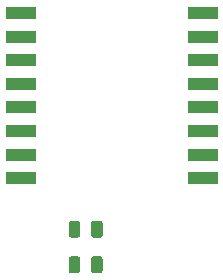
<source format=gtp>
G04 #@! TF.GenerationSoftware,KiCad,Pcbnew,(5.1.8)-1*
G04 #@! TF.CreationDate,2020-12-06T15:56:29+10:30*
G04 #@! TF.ProjectId,ArlecFanESP,41726c65-6346-4616-9e45-53502e6b6963,rev?*
G04 #@! TF.SameCoordinates,Original*
G04 #@! TF.FileFunction,Paste,Top*
G04 #@! TF.FilePolarity,Positive*
%FSLAX46Y46*%
G04 Gerber Fmt 4.6, Leading zero omitted, Abs format (unit mm)*
G04 Created by KiCad (PCBNEW (5.1.8)-1) date 2020-12-06 15:56:29*
%MOMM*%
%LPD*%
G01*
G04 APERTURE LIST*
%ADD10R,2.600000X1.100000*%
G04 APERTURE END LIST*
G36*
G01*
X129450000Y-118475000D02*
X129450000Y-117525000D01*
G75*
G02*
X129700000Y-117275000I250000J0D01*
G01*
X130200000Y-117275000D01*
G75*
G02*
X130450000Y-117525000I0J-250000D01*
G01*
X130450000Y-118475000D01*
G75*
G02*
X130200000Y-118725000I-250000J0D01*
G01*
X129700000Y-118725000D01*
G75*
G02*
X129450000Y-118475000I0J250000D01*
G01*
G37*
G36*
G01*
X127550000Y-118475000D02*
X127550000Y-117525000D01*
G75*
G02*
X127800000Y-117275000I250000J0D01*
G01*
X128300000Y-117275000D01*
G75*
G02*
X128550000Y-117525000I0J-250000D01*
G01*
X128550000Y-118475000D01*
G75*
G02*
X128300000Y-118725000I-250000J0D01*
G01*
X127800000Y-118725000D01*
G75*
G02*
X127550000Y-118475000I0J250000D01*
G01*
G37*
G36*
G01*
X129450000Y-121475000D02*
X129450000Y-120525000D01*
G75*
G02*
X129700000Y-120275000I250000J0D01*
G01*
X130200000Y-120275000D01*
G75*
G02*
X130450000Y-120525000I0J-250000D01*
G01*
X130450000Y-121475000D01*
G75*
G02*
X130200000Y-121725000I-250000J0D01*
G01*
X129700000Y-121725000D01*
G75*
G02*
X129450000Y-121475000I0J250000D01*
G01*
G37*
G36*
G01*
X127550000Y-121475000D02*
X127550000Y-120525000D01*
G75*
G02*
X127800000Y-120275000I250000J0D01*
G01*
X128300000Y-120275000D01*
G75*
G02*
X128550000Y-120525000I0J-250000D01*
G01*
X128550000Y-121475000D01*
G75*
G02*
X128300000Y-121725000I-250000J0D01*
G01*
X127800000Y-121725000D01*
G75*
G02*
X127550000Y-121475000I0J250000D01*
G01*
G37*
D10*
X123499758Y-99680000D03*
X123499758Y-101680000D03*
X123499758Y-103680000D03*
X123499758Y-105680000D03*
X123499758Y-107680000D03*
X123499758Y-109680000D03*
X123499758Y-111680000D03*
X123499758Y-113680000D03*
X138899758Y-113680000D03*
X138899758Y-111680000D03*
X138899758Y-109680000D03*
X138899758Y-107680000D03*
X138899758Y-105680000D03*
X138899758Y-103680000D03*
X138899758Y-101680000D03*
X138899758Y-99680000D03*
M02*

</source>
